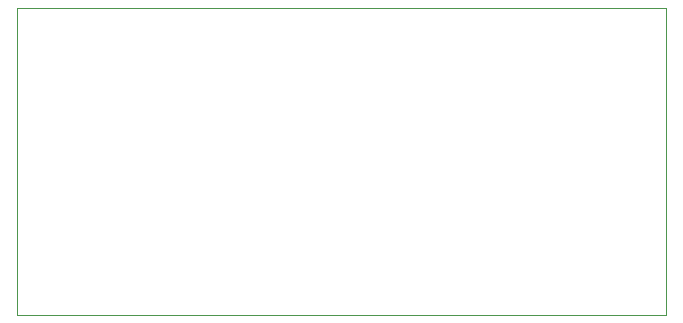
<source format=gbr>
%TF.GenerationSoftware,KiCad,Pcbnew,7.0.6-0*%
%TF.CreationDate,2024-05-28T13:41:11+12:00*%
%TF.ProjectId,BMSladderLeaf,424d536c-6164-4646-9572-4c6561662e6b,rev?*%
%TF.SameCoordinates,Original*%
%TF.FileFunction,Profile,NP*%
%FSLAX46Y46*%
G04 Gerber Fmt 4.6, Leading zero omitted, Abs format (unit mm)*
G04 Created by KiCad (PCBNEW 7.0.6-0) date 2024-05-28 13:41:11*
%MOMM*%
%LPD*%
G01*
G04 APERTURE LIST*
%TA.AperFunction,Profile*%
%ADD10C,0.050000*%
%TD*%
G04 APERTURE END LIST*
D10*
X15000000Y-100000000D02*
X15000000Y-126000000D01*
X70000000Y-100000000D02*
X15000000Y-100000000D01*
X70000000Y-126000000D02*
X70000000Y-100000000D01*
X15000000Y-126000000D02*
X70000000Y-126000000D01*
M02*

</source>
